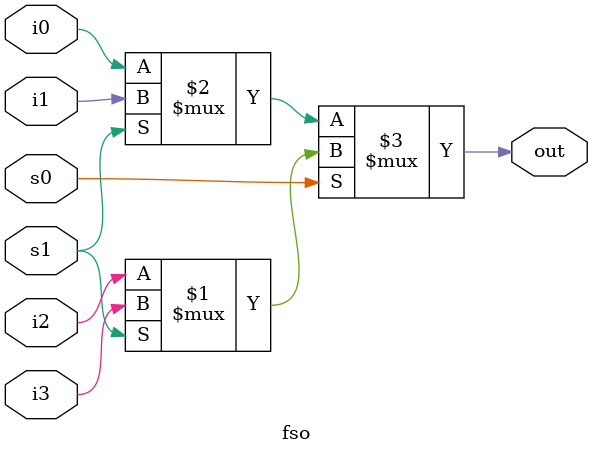
<source format=v>
module fso(out, i0,i1,i2,i3,s0,s1);
output out;
input i0,i1,i2,i3,s0,s1;

assign out = s0?(s1?i3:i2):(s1?i1:i0);           
endmodule

</source>
